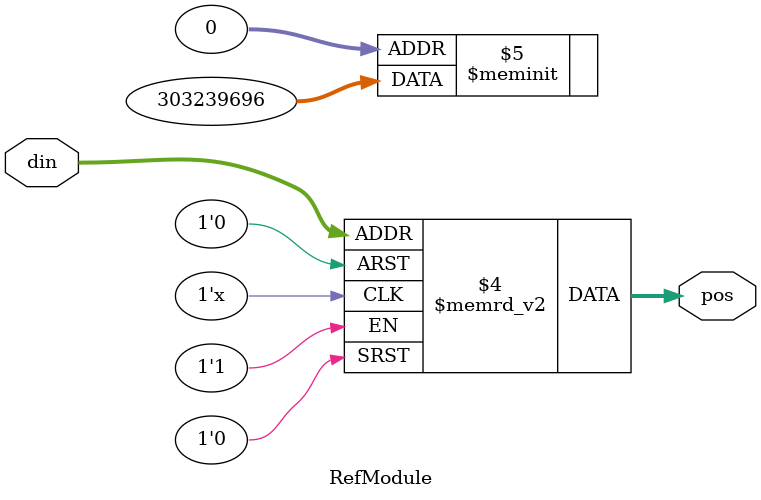
<source format=sv>

module RefModule (
  input [3:0] din,
  output reg [1:0] pos
);

  always @(*) begin
    case (din)
      4'h0: pos = 2'h0;
      4'h1: pos = 2'h0;
      4'h2: pos = 2'h1;
      4'h3: pos = 2'h0;
      4'h4: pos = 2'h2;
      4'h5: pos = 2'h0;
      4'h6: pos = 2'h1;
      4'h7: pos = 2'h0;
      4'h8: pos = 2'h3;
      4'h9: pos = 2'h0;
      4'ha: pos = 2'h1;
      4'hb: pos = 2'h0;
      4'hc: pos = 2'h2;
      4'hd: pos = 2'h0;
      4'he: pos = 2'h1;
      4'hf: pos = 2'h0;
      default: pos = 2'b0;
    endcase
  end

endmodule


</source>
